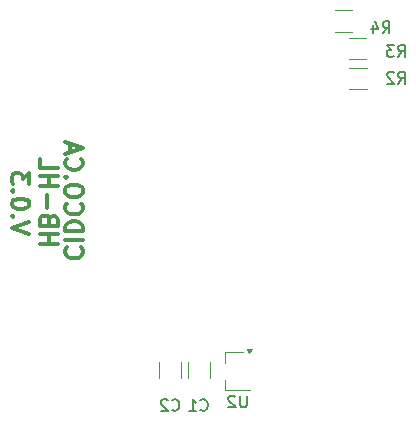
<source format=gbr>
%TF.GenerationSoftware,KiCad,Pcbnew,8.0.6*%
%TF.CreationDate,2025-02-12T14:20:06-05:00*%
%TF.ProjectId,module led hall,6d6f6475-6c65-4206-9c65-642068616c6c,rev?*%
%TF.SameCoordinates,Original*%
%TF.FileFunction,Legend,Bot*%
%TF.FilePolarity,Positive*%
%FSLAX46Y46*%
G04 Gerber Fmt 4.6, Leading zero omitted, Abs format (unit mm)*
G04 Created by KiCad (PCBNEW 8.0.6) date 2025-02-12 14:20:06*
%MOMM*%
%LPD*%
G01*
G04 APERTURE LIST*
%ADD10C,0.300000*%
%ADD11C,0.150000*%
%ADD12C,0.120000*%
G04 APERTURE END LIST*
D10*
X83204087Y-103690000D02*
X84704087Y-103690000D01*
X83989801Y-103690000D02*
X83989801Y-102832857D01*
X83204087Y-102832857D02*
X84704087Y-102832857D01*
X83989801Y-101618571D02*
X83918373Y-101404285D01*
X83918373Y-101404285D02*
X83846944Y-101332856D01*
X83846944Y-101332856D02*
X83704087Y-101261428D01*
X83704087Y-101261428D02*
X83489801Y-101261428D01*
X83489801Y-101261428D02*
X83346944Y-101332856D01*
X83346944Y-101332856D02*
X83275516Y-101404285D01*
X83275516Y-101404285D02*
X83204087Y-101547142D01*
X83204087Y-101547142D02*
X83204087Y-102118571D01*
X83204087Y-102118571D02*
X84704087Y-102118571D01*
X84704087Y-102118571D02*
X84704087Y-101618571D01*
X84704087Y-101618571D02*
X84632658Y-101475714D01*
X84632658Y-101475714D02*
X84561230Y-101404285D01*
X84561230Y-101404285D02*
X84418373Y-101332856D01*
X84418373Y-101332856D02*
X84275516Y-101332856D01*
X84275516Y-101332856D02*
X84132658Y-101404285D01*
X84132658Y-101404285D02*
X84061230Y-101475714D01*
X84061230Y-101475714D02*
X83989801Y-101618571D01*
X83989801Y-101618571D02*
X83989801Y-102118571D01*
X83775516Y-100618571D02*
X83775516Y-99475714D01*
X83204087Y-98761428D02*
X84704087Y-98761428D01*
X83989801Y-98761428D02*
X83989801Y-97904285D01*
X83204087Y-97904285D02*
X84704087Y-97904285D01*
X83204087Y-96475713D02*
X83204087Y-97189999D01*
X83204087Y-97189999D02*
X84704087Y-97189999D01*
X82289171Y-102832856D02*
X80789171Y-102332856D01*
X80789171Y-102332856D02*
X82289171Y-101832856D01*
X80932028Y-101332857D02*
X80860600Y-101261428D01*
X80860600Y-101261428D02*
X80789171Y-101332857D01*
X80789171Y-101332857D02*
X80860600Y-101404285D01*
X80860600Y-101404285D02*
X80932028Y-101332857D01*
X80932028Y-101332857D02*
X80789171Y-101332857D01*
X82289171Y-100332856D02*
X82289171Y-100189999D01*
X82289171Y-100189999D02*
X82217742Y-100047142D01*
X82217742Y-100047142D02*
X82146314Y-99975714D01*
X82146314Y-99975714D02*
X82003457Y-99904285D01*
X82003457Y-99904285D02*
X81717742Y-99832856D01*
X81717742Y-99832856D02*
X81360600Y-99832856D01*
X81360600Y-99832856D02*
X81074885Y-99904285D01*
X81074885Y-99904285D02*
X80932028Y-99975714D01*
X80932028Y-99975714D02*
X80860600Y-100047142D01*
X80860600Y-100047142D02*
X80789171Y-100189999D01*
X80789171Y-100189999D02*
X80789171Y-100332856D01*
X80789171Y-100332856D02*
X80860600Y-100475714D01*
X80860600Y-100475714D02*
X80932028Y-100547142D01*
X80932028Y-100547142D02*
X81074885Y-100618571D01*
X81074885Y-100618571D02*
X81360600Y-100689999D01*
X81360600Y-100689999D02*
X81717742Y-100689999D01*
X81717742Y-100689999D02*
X82003457Y-100618571D01*
X82003457Y-100618571D02*
X82146314Y-100547142D01*
X82146314Y-100547142D02*
X82217742Y-100475714D01*
X82217742Y-100475714D02*
X82289171Y-100332856D01*
X80932028Y-99190000D02*
X80860600Y-99118571D01*
X80860600Y-99118571D02*
X80789171Y-99190000D01*
X80789171Y-99190000D02*
X80860600Y-99261428D01*
X80860600Y-99261428D02*
X80932028Y-99190000D01*
X80932028Y-99190000D02*
X80789171Y-99190000D01*
X82289171Y-98618571D02*
X82289171Y-97689999D01*
X82289171Y-97689999D02*
X81717742Y-98189999D01*
X81717742Y-98189999D02*
X81717742Y-97975714D01*
X81717742Y-97975714D02*
X81646314Y-97832857D01*
X81646314Y-97832857D02*
X81574885Y-97761428D01*
X81574885Y-97761428D02*
X81432028Y-97689999D01*
X81432028Y-97689999D02*
X81074885Y-97689999D01*
X81074885Y-97689999D02*
X80932028Y-97761428D01*
X80932028Y-97761428D02*
X80860600Y-97832857D01*
X80860600Y-97832857D02*
X80789171Y-97975714D01*
X80789171Y-97975714D02*
X80789171Y-98404285D01*
X80789171Y-98404285D02*
X80860600Y-98547142D01*
X80860600Y-98547142D02*
X80932028Y-98618571D01*
X85472028Y-103948346D02*
X85400600Y-104019774D01*
X85400600Y-104019774D02*
X85329171Y-104234060D01*
X85329171Y-104234060D02*
X85329171Y-104376917D01*
X85329171Y-104376917D02*
X85400600Y-104591203D01*
X85400600Y-104591203D02*
X85543457Y-104734060D01*
X85543457Y-104734060D02*
X85686314Y-104805489D01*
X85686314Y-104805489D02*
X85972028Y-104876917D01*
X85972028Y-104876917D02*
X86186314Y-104876917D01*
X86186314Y-104876917D02*
X86472028Y-104805489D01*
X86472028Y-104805489D02*
X86614885Y-104734060D01*
X86614885Y-104734060D02*
X86757742Y-104591203D01*
X86757742Y-104591203D02*
X86829171Y-104376917D01*
X86829171Y-104376917D02*
X86829171Y-104234060D01*
X86829171Y-104234060D02*
X86757742Y-104019774D01*
X86757742Y-104019774D02*
X86686314Y-103948346D01*
X85329171Y-103305489D02*
X86829171Y-103305489D01*
X85329171Y-102591203D02*
X86829171Y-102591203D01*
X86829171Y-102591203D02*
X86829171Y-102234060D01*
X86829171Y-102234060D02*
X86757742Y-102019774D01*
X86757742Y-102019774D02*
X86614885Y-101876917D01*
X86614885Y-101876917D02*
X86472028Y-101805488D01*
X86472028Y-101805488D02*
X86186314Y-101734060D01*
X86186314Y-101734060D02*
X85972028Y-101734060D01*
X85972028Y-101734060D02*
X85686314Y-101805488D01*
X85686314Y-101805488D02*
X85543457Y-101876917D01*
X85543457Y-101876917D02*
X85400600Y-102019774D01*
X85400600Y-102019774D02*
X85329171Y-102234060D01*
X85329171Y-102234060D02*
X85329171Y-102591203D01*
X85472028Y-100234060D02*
X85400600Y-100305488D01*
X85400600Y-100305488D02*
X85329171Y-100519774D01*
X85329171Y-100519774D02*
X85329171Y-100662631D01*
X85329171Y-100662631D02*
X85400600Y-100876917D01*
X85400600Y-100876917D02*
X85543457Y-101019774D01*
X85543457Y-101019774D02*
X85686314Y-101091203D01*
X85686314Y-101091203D02*
X85972028Y-101162631D01*
X85972028Y-101162631D02*
X86186314Y-101162631D01*
X86186314Y-101162631D02*
X86472028Y-101091203D01*
X86472028Y-101091203D02*
X86614885Y-101019774D01*
X86614885Y-101019774D02*
X86757742Y-100876917D01*
X86757742Y-100876917D02*
X86829171Y-100662631D01*
X86829171Y-100662631D02*
X86829171Y-100519774D01*
X86829171Y-100519774D02*
X86757742Y-100305488D01*
X86757742Y-100305488D02*
X86686314Y-100234060D01*
X86829171Y-99305488D02*
X86829171Y-99019774D01*
X86829171Y-99019774D02*
X86757742Y-98876917D01*
X86757742Y-98876917D02*
X86614885Y-98734060D01*
X86614885Y-98734060D02*
X86329171Y-98662631D01*
X86329171Y-98662631D02*
X85829171Y-98662631D01*
X85829171Y-98662631D02*
X85543457Y-98734060D01*
X85543457Y-98734060D02*
X85400600Y-98876917D01*
X85400600Y-98876917D02*
X85329171Y-99019774D01*
X85329171Y-99019774D02*
X85329171Y-99305488D01*
X85329171Y-99305488D02*
X85400600Y-99448346D01*
X85400600Y-99448346D02*
X85543457Y-99591203D01*
X85543457Y-99591203D02*
X85829171Y-99662631D01*
X85829171Y-99662631D02*
X86329171Y-99662631D01*
X86329171Y-99662631D02*
X86614885Y-99591203D01*
X86614885Y-99591203D02*
X86757742Y-99448346D01*
X86757742Y-99448346D02*
X86829171Y-99305488D01*
X85472028Y-98019774D02*
X85400600Y-97948345D01*
X85400600Y-97948345D02*
X85329171Y-98019774D01*
X85329171Y-98019774D02*
X85400600Y-98091202D01*
X85400600Y-98091202D02*
X85472028Y-98019774D01*
X85472028Y-98019774D02*
X85329171Y-98019774D01*
X85472028Y-96448345D02*
X85400600Y-96519773D01*
X85400600Y-96519773D02*
X85329171Y-96734059D01*
X85329171Y-96734059D02*
X85329171Y-96876916D01*
X85329171Y-96876916D02*
X85400600Y-97091202D01*
X85400600Y-97091202D02*
X85543457Y-97234059D01*
X85543457Y-97234059D02*
X85686314Y-97305488D01*
X85686314Y-97305488D02*
X85972028Y-97376916D01*
X85972028Y-97376916D02*
X86186314Y-97376916D01*
X86186314Y-97376916D02*
X86472028Y-97305488D01*
X86472028Y-97305488D02*
X86614885Y-97234059D01*
X86614885Y-97234059D02*
X86757742Y-97091202D01*
X86757742Y-97091202D02*
X86829171Y-96876916D01*
X86829171Y-96876916D02*
X86829171Y-96734059D01*
X86829171Y-96734059D02*
X86757742Y-96519773D01*
X86757742Y-96519773D02*
X86686314Y-96448345D01*
X85757742Y-95876916D02*
X85757742Y-95162631D01*
X85329171Y-96019773D02*
X86829171Y-95519773D01*
X86829171Y-95519773D02*
X85329171Y-95019773D01*
D11*
X113496666Y-87814819D02*
X113829999Y-87338628D01*
X114068094Y-87814819D02*
X114068094Y-86814819D01*
X114068094Y-86814819D02*
X113687142Y-86814819D01*
X113687142Y-86814819D02*
X113591904Y-86862438D01*
X113591904Y-86862438D02*
X113544285Y-86910057D01*
X113544285Y-86910057D02*
X113496666Y-87005295D01*
X113496666Y-87005295D02*
X113496666Y-87148152D01*
X113496666Y-87148152D02*
X113544285Y-87243390D01*
X113544285Y-87243390D02*
X113591904Y-87291009D01*
X113591904Y-87291009D02*
X113687142Y-87338628D01*
X113687142Y-87338628D02*
X114068094Y-87338628D01*
X113163332Y-86814819D02*
X112544285Y-86814819D01*
X112544285Y-86814819D02*
X112877618Y-87195771D01*
X112877618Y-87195771D02*
X112734761Y-87195771D01*
X112734761Y-87195771D02*
X112639523Y-87243390D01*
X112639523Y-87243390D02*
X112591904Y-87291009D01*
X112591904Y-87291009D02*
X112544285Y-87386247D01*
X112544285Y-87386247D02*
X112544285Y-87624342D01*
X112544285Y-87624342D02*
X112591904Y-87719580D01*
X112591904Y-87719580D02*
X112639523Y-87767200D01*
X112639523Y-87767200D02*
X112734761Y-87814819D01*
X112734761Y-87814819D02*
X113020475Y-87814819D01*
X113020475Y-87814819D02*
X113115713Y-87767200D01*
X113115713Y-87767200D02*
X113163332Y-87719580D01*
X96766666Y-117709580D02*
X96814285Y-117757200D01*
X96814285Y-117757200D02*
X96957142Y-117804819D01*
X96957142Y-117804819D02*
X97052380Y-117804819D01*
X97052380Y-117804819D02*
X97195237Y-117757200D01*
X97195237Y-117757200D02*
X97290475Y-117661961D01*
X97290475Y-117661961D02*
X97338094Y-117566723D01*
X97338094Y-117566723D02*
X97385713Y-117376247D01*
X97385713Y-117376247D02*
X97385713Y-117233390D01*
X97385713Y-117233390D02*
X97338094Y-117042914D01*
X97338094Y-117042914D02*
X97290475Y-116947676D01*
X97290475Y-116947676D02*
X97195237Y-116852438D01*
X97195237Y-116852438D02*
X97052380Y-116804819D01*
X97052380Y-116804819D02*
X96957142Y-116804819D01*
X96957142Y-116804819D02*
X96814285Y-116852438D01*
X96814285Y-116852438D02*
X96766666Y-116900057D01*
X95814285Y-117804819D02*
X96385713Y-117804819D01*
X96099999Y-117804819D02*
X96099999Y-116804819D01*
X96099999Y-116804819D02*
X96195237Y-116947676D01*
X96195237Y-116947676D02*
X96290475Y-117042914D01*
X96290475Y-117042914D02*
X96385713Y-117090533D01*
X113516666Y-90074819D02*
X113849999Y-89598628D01*
X114088094Y-90074819D02*
X114088094Y-89074819D01*
X114088094Y-89074819D02*
X113707142Y-89074819D01*
X113707142Y-89074819D02*
X113611904Y-89122438D01*
X113611904Y-89122438D02*
X113564285Y-89170057D01*
X113564285Y-89170057D02*
X113516666Y-89265295D01*
X113516666Y-89265295D02*
X113516666Y-89408152D01*
X113516666Y-89408152D02*
X113564285Y-89503390D01*
X113564285Y-89503390D02*
X113611904Y-89551009D01*
X113611904Y-89551009D02*
X113707142Y-89598628D01*
X113707142Y-89598628D02*
X114088094Y-89598628D01*
X113135713Y-89170057D02*
X113088094Y-89122438D01*
X113088094Y-89122438D02*
X112992856Y-89074819D01*
X112992856Y-89074819D02*
X112754761Y-89074819D01*
X112754761Y-89074819D02*
X112659523Y-89122438D01*
X112659523Y-89122438D02*
X112611904Y-89170057D01*
X112611904Y-89170057D02*
X112564285Y-89265295D01*
X112564285Y-89265295D02*
X112564285Y-89360533D01*
X112564285Y-89360533D02*
X112611904Y-89503390D01*
X112611904Y-89503390D02*
X113183332Y-90074819D01*
X113183332Y-90074819D02*
X112564285Y-90074819D01*
X112196666Y-85814819D02*
X112529999Y-85338628D01*
X112768094Y-85814819D02*
X112768094Y-84814819D01*
X112768094Y-84814819D02*
X112387142Y-84814819D01*
X112387142Y-84814819D02*
X112291904Y-84862438D01*
X112291904Y-84862438D02*
X112244285Y-84910057D01*
X112244285Y-84910057D02*
X112196666Y-85005295D01*
X112196666Y-85005295D02*
X112196666Y-85148152D01*
X112196666Y-85148152D02*
X112244285Y-85243390D01*
X112244285Y-85243390D02*
X112291904Y-85291009D01*
X112291904Y-85291009D02*
X112387142Y-85338628D01*
X112387142Y-85338628D02*
X112768094Y-85338628D01*
X111339523Y-85148152D02*
X111339523Y-85814819D01*
X111577618Y-84767200D02*
X111815713Y-85481485D01*
X111815713Y-85481485D02*
X111196666Y-85481485D01*
X100701904Y-116494819D02*
X100701904Y-117304342D01*
X100701904Y-117304342D02*
X100654285Y-117399580D01*
X100654285Y-117399580D02*
X100606666Y-117447200D01*
X100606666Y-117447200D02*
X100511428Y-117494819D01*
X100511428Y-117494819D02*
X100320952Y-117494819D01*
X100320952Y-117494819D02*
X100225714Y-117447200D01*
X100225714Y-117447200D02*
X100178095Y-117399580D01*
X100178095Y-117399580D02*
X100130476Y-117304342D01*
X100130476Y-117304342D02*
X100130476Y-116494819D01*
X99701904Y-116590057D02*
X99654285Y-116542438D01*
X99654285Y-116542438D02*
X99559047Y-116494819D01*
X99559047Y-116494819D02*
X99320952Y-116494819D01*
X99320952Y-116494819D02*
X99225714Y-116542438D01*
X99225714Y-116542438D02*
X99178095Y-116590057D01*
X99178095Y-116590057D02*
X99130476Y-116685295D01*
X99130476Y-116685295D02*
X99130476Y-116780533D01*
X99130476Y-116780533D02*
X99178095Y-116923390D01*
X99178095Y-116923390D02*
X99749523Y-117494819D01*
X99749523Y-117494819D02*
X99130476Y-117494819D01*
X94366666Y-117709580D02*
X94414285Y-117757200D01*
X94414285Y-117757200D02*
X94557142Y-117804819D01*
X94557142Y-117804819D02*
X94652380Y-117804819D01*
X94652380Y-117804819D02*
X94795237Y-117757200D01*
X94795237Y-117757200D02*
X94890475Y-117661961D01*
X94890475Y-117661961D02*
X94938094Y-117566723D01*
X94938094Y-117566723D02*
X94985713Y-117376247D01*
X94985713Y-117376247D02*
X94985713Y-117233390D01*
X94985713Y-117233390D02*
X94938094Y-117042914D01*
X94938094Y-117042914D02*
X94890475Y-116947676D01*
X94890475Y-116947676D02*
X94795237Y-116852438D01*
X94795237Y-116852438D02*
X94652380Y-116804819D01*
X94652380Y-116804819D02*
X94557142Y-116804819D01*
X94557142Y-116804819D02*
X94414285Y-116852438D01*
X94414285Y-116852438D02*
X94366666Y-116900057D01*
X93985713Y-116900057D02*
X93938094Y-116852438D01*
X93938094Y-116852438D02*
X93842856Y-116804819D01*
X93842856Y-116804819D02*
X93604761Y-116804819D01*
X93604761Y-116804819D02*
X93509523Y-116852438D01*
X93509523Y-116852438D02*
X93461904Y-116900057D01*
X93461904Y-116900057D02*
X93414285Y-116995295D01*
X93414285Y-116995295D02*
X93414285Y-117090533D01*
X93414285Y-117090533D02*
X93461904Y-117233390D01*
X93461904Y-117233390D02*
X94033332Y-117804819D01*
X94033332Y-117804819D02*
X93414285Y-117804819D01*
D12*
%TO.C,R3*%
X109342936Y-86200000D02*
X110797064Y-86200000D01*
X109342936Y-88020000D02*
X110797064Y-88020000D01*
%TO.C,C1*%
X95750000Y-115036252D02*
X95750000Y-113613748D01*
X97570000Y-115036252D02*
X97570000Y-113613748D01*
%TO.C,R2*%
X109382936Y-88720000D02*
X110837064Y-88720000D01*
X109382936Y-90540000D02*
X110837064Y-90540000D01*
%TO.C,R4*%
X108152936Y-83880000D02*
X109607064Y-83880000D01*
X108152936Y-85700000D02*
X109607064Y-85700000D01*
%TO.C,U2*%
X98815000Y-112842500D02*
X100415000Y-112842500D01*
X98815000Y-113752500D02*
X98815000Y-112842500D01*
X98815000Y-116062500D02*
X98815000Y-115152500D01*
X98815000Y-116062500D02*
X100965000Y-116062500D01*
X100915000Y-112892500D02*
X100675000Y-112562500D01*
X101155000Y-112562500D01*
X100915000Y-112892500D01*
G36*
X100915000Y-112892500D02*
G01*
X100675000Y-112562500D01*
X101155000Y-112562500D01*
X100915000Y-112892500D01*
G37*
%TO.C,C2*%
X93290000Y-115036252D02*
X93290000Y-113613748D01*
X95110000Y-115036252D02*
X95110000Y-113613748D01*
%TD*%
M02*

</source>
